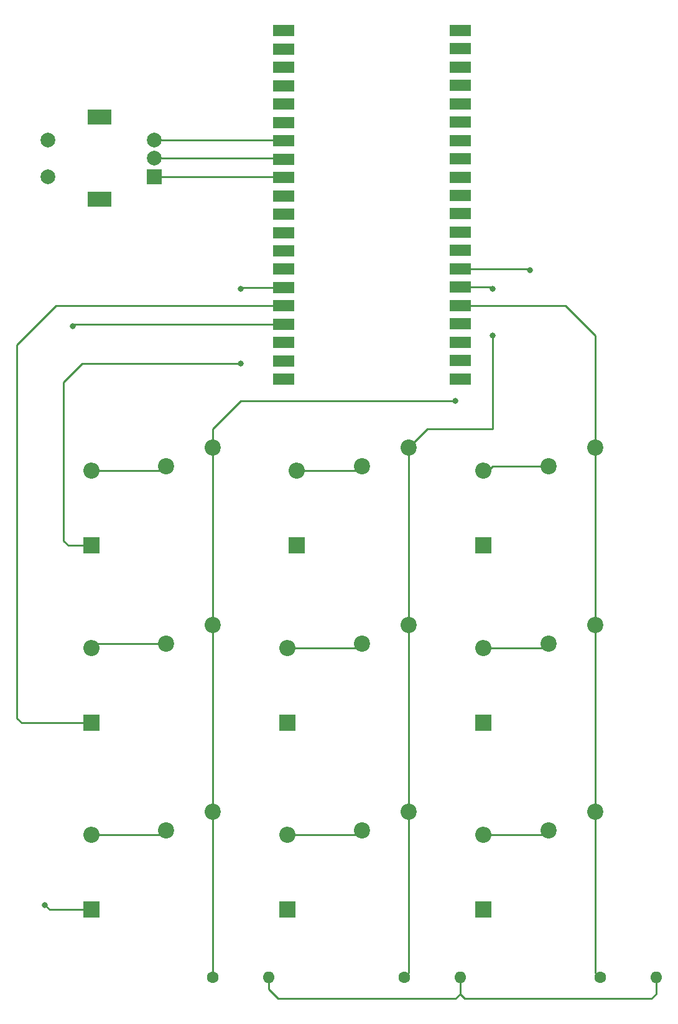
<source format=gtl>
%TF.GenerationSoftware,KiCad,Pcbnew,(6.0.2)*%
%TF.CreationDate,2022-03-12T10:34:22-05:00*%
%TF.ProjectId,macropad,6d616372-6f70-4616-942e-6b696361645f,v0*%
%TF.SameCoordinates,Original*%
%TF.FileFunction,Copper,L1,Top*%
%TF.FilePolarity,Positive*%
%FSLAX46Y46*%
G04 Gerber Fmt 4.6, Leading zero omitted, Abs format (unit mm)*
G04 Created by KiCad (PCBNEW (6.0.2)) date 2022-03-12 10:34:22*
%MOMM*%
%LPD*%
G01*
G04 APERTURE LIST*
%TA.AperFunction,ComponentPad*%
%ADD10R,2.200000X2.200000*%
%TD*%
%TA.AperFunction,ComponentPad*%
%ADD11O,2.200000X2.200000*%
%TD*%
%TA.AperFunction,ComponentPad*%
%ADD12C,2.200000*%
%TD*%
%TA.AperFunction,ComponentPad*%
%ADD13C,1.600000*%
%TD*%
%TA.AperFunction,ComponentPad*%
%ADD14O,1.600000X1.600000*%
%TD*%
%TA.AperFunction,ComponentPad*%
%ADD15R,2.000000X2.000000*%
%TD*%
%TA.AperFunction,ComponentPad*%
%ADD16C,2.000000*%
%TD*%
%TA.AperFunction,ComponentPad*%
%ADD17R,3.200000X2.000000*%
%TD*%
%TA.AperFunction,SMDPad,CuDef*%
%ADD18R,3.000000X1.610000*%
%TD*%
%TA.AperFunction,ViaPad*%
%ADD19C,0.800000*%
%TD*%
%TA.AperFunction,Conductor*%
%ADD20C,0.254000*%
%TD*%
G04 APERTURE END LIST*
D10*
%TO.P,D6,1,K*%
%TO.N,/Pin 17*%
X80645000Y-144750000D03*
D11*
%TO.P,D6,2,A*%
%TO.N,Net-(D6-Pad2)*%
X80645000Y-134590000D03*
%TD*%
D12*
%TO.P,SW4,1,1*%
%TO.N,Net-(R1-Pad1)*%
X70485000Y-131445000D03*
%TO.P,SW4,2,2*%
%TO.N,Net-(D3-Pad2)*%
X64135000Y-133985000D03*
%TD*%
%TO.P,SW7,1,1*%
%TO.N,Net-(R2-Pad1)*%
X97155000Y-131445000D03*
%TO.P,SW7,2,2*%
%TO.N,Net-(D6-Pad2)*%
X90805000Y-133985000D03*
%TD*%
D10*
%TO.P,D8,1,K*%
%TO.N,/Pin 16*%
X107315000Y-119350000D03*
D11*
%TO.P,D8,2,A*%
%TO.N,Net-(D8-Pad2)*%
X107315000Y-109190000D03*
%TD*%
D13*
%TO.P,R1,1*%
%TO.N,Net-(R1-Pad1)*%
X70485000Y-153969453D03*
D14*
%TO.P,R1,2*%
%TO.N,GND*%
X78105000Y-153969453D03*
%TD*%
D10*
%TO.P,D1,1,K*%
%TO.N,/Pin 15*%
X53975000Y-95220000D03*
D11*
%TO.P,D1,2,A*%
%TO.N,Net-(D1-Pad2)*%
X53975000Y-85060000D03*
%TD*%
D12*
%TO.P,SW8,1,1*%
%TO.N,Net-(R3-Pad1)*%
X122555000Y-81915000D03*
%TO.P,SW8,2,2*%
%TO.N,Net-(D7-Pad2)*%
X116205000Y-84455000D03*
%TD*%
D10*
%TO.P,D4,1,K*%
%TO.N,/Pin 15*%
X81915000Y-95220000D03*
D11*
%TO.P,D4,2,A*%
%TO.N,Net-(D4-Pad2)*%
X81915000Y-85060000D03*
%TD*%
D15*
%TO.P,SW1,A,A*%
%TO.N,Net-(SW1-PadA)*%
X62495000Y-45045000D03*
D16*
%TO.P,SW1,B,B*%
%TO.N,Net-(SW1-PadB)*%
X62495000Y-40045000D03*
%TO.P,SW1,C,C*%
%TO.N,Net-(SW1-PadC)*%
X62495000Y-42545000D03*
D17*
%TO.P,SW1,MP*%
%TO.N,N/C*%
X54995000Y-36945000D03*
X54995000Y-48145000D03*
D16*
%TO.P,SW1,S1,S1*%
%TO.N,unconnected-(SW1-PadS1)*%
X47995000Y-40045000D03*
%TO.P,SW1,S2,S2*%
%TO.N,unconnected-(SW1-PadS2)*%
X47995000Y-45045000D03*
%TD*%
D10*
%TO.P,D5,1,K*%
%TO.N,/Pin 16*%
X80645000Y-119350000D03*
D11*
%TO.P,D5,2,A*%
%TO.N,Net-(D5-Pad2)*%
X80645000Y-109190000D03*
%TD*%
D10*
%TO.P,D7,1,K*%
%TO.N,/Pin 15*%
X107315000Y-95220000D03*
D11*
%TO.P,D7,2,A*%
%TO.N,Net-(D7-Pad2)*%
X107315000Y-85060000D03*
%TD*%
D13*
%TO.P,R2,1*%
%TO.N,Net-(R2-Pad1)*%
X96520000Y-153969453D03*
D14*
%TO.P,R2,2*%
%TO.N,GND*%
X104140000Y-153969453D03*
%TD*%
D10*
%TO.P,D9,1,K*%
%TO.N,/Pin 17*%
X107315000Y-144750000D03*
D11*
%TO.P,D9,2,A*%
%TO.N,Net-(D9-Pad2)*%
X107315000Y-134590000D03*
%TD*%
D18*
%TO.P,U1,1,GP0*%
%TO.N,unconnected-(U1-Pad1)*%
X80060800Y-25200000D03*
%TO.P,U1,2,GP1*%
%TO.N,unconnected-(U1-Pad2)*%
X80060800Y-27694547D03*
%TO.P,U1,3,GND*%
%TO.N,unconnected-(U1-Pad3)*%
X80060800Y-30189094D03*
%TO.P,U1,4,GP2*%
%TO.N,unconnected-(U1-Pad4)*%
X80060800Y-32683641D03*
%TO.P,U1,5,GP3*%
%TO.N,unconnected-(U1-Pad5)*%
X80060800Y-35178188D03*
%TO.P,U1,6,GP4*%
%TO.N,unconnected-(U1-Pad6)*%
X80060800Y-37672735D03*
%TO.P,U1,7,GP5*%
%TO.N,Net-(SW1-PadB)*%
X80060800Y-40167282D03*
%TO.P,U1,8,GND*%
%TO.N,Net-(SW1-PadC)*%
X80060800Y-42661829D03*
%TO.P,U1,9,GP6*%
%TO.N,Net-(SW1-PadA)*%
X80060800Y-45156376D03*
%TO.P,U1,10,GP7*%
%TO.N,unconnected-(U1-Pad10)*%
X80060800Y-47650923D03*
%TO.P,U1,11,GP8*%
%TO.N,unconnected-(U1-Pad11)*%
X80060800Y-50145470D03*
%TO.P,U1,12,GP9*%
%TO.N,unconnected-(U1-Pad12)*%
X80060800Y-52640017D03*
%TO.P,U1,13,GND*%
%TO.N,unconnected-(U1-Pad13)*%
X80060800Y-55134564D03*
%TO.P,U1,14,GP10*%
%TO.N,unconnected-(U1-Pad14)*%
X80060800Y-57629111D03*
%TO.P,U1,15,GP11*%
%TO.N,/Pin 15*%
X80060800Y-60123658D03*
%TO.P,U1,16,GP12*%
%TO.N,/Pin 16*%
X80060800Y-62618205D03*
%TO.P,U1,17,GP13*%
%TO.N,/Pin 17*%
X80060800Y-65112752D03*
%TO.P,U1,18,GND*%
%TO.N,unconnected-(U1-Pad18)*%
X80060800Y-67607299D03*
%TO.P,U1,19,GP14*%
%TO.N,unconnected-(U1-Pad19)*%
X80060800Y-70101846D03*
%TO.P,U1,20,GP15*%
%TO.N,unconnected-(U1-Pad20)*%
X80060800Y-72596400D03*
%TO.P,U1,21,GP16*%
%TO.N,unconnected-(U1-Pad21)*%
X104140000Y-72542400D03*
%TO.P,U1,22,GP17*%
%TO.N,unconnected-(U1-Pad22)*%
X104140000Y-70047846D03*
%TO.P,U1,23,GND*%
%TO.N,unconnected-(U1-Pad23)*%
X104140000Y-67553299D03*
%TO.P,U1,24,GP18*%
%TO.N,unconnected-(U1-Pad24)*%
X104140000Y-65058752D03*
%TO.P,U1,25,GP19*%
%TO.N,Net-(R3-Pad1)*%
X104140000Y-62564205D03*
%TO.P,U1,26,GP20*%
%TO.N,Net-(R2-Pad1)*%
X104140000Y-60069658D03*
%TO.P,U1,27,GP21*%
%TO.N,Net-(R1-Pad1)*%
X104140000Y-57575111D03*
%TO.P,U1,28,GND*%
%TO.N,unconnected-(U1-Pad28)*%
X104140000Y-55080564D03*
%TO.P,U1,29,GP22*%
%TO.N,unconnected-(U1-Pad29)*%
X104140000Y-52586017D03*
%TO.P,U1,30,RUN*%
%TO.N,unconnected-(U1-Pad30)*%
X104140000Y-50091470D03*
%TO.P,U1,31,GP26*%
%TO.N,unconnected-(U1-Pad31)*%
X104140000Y-47596923D03*
%TO.P,U1,32,GP27*%
%TO.N,unconnected-(U1-Pad32)*%
X104140000Y-45102376D03*
%TO.P,U1,33,GND*%
%TO.N,unconnected-(U1-Pad33)*%
X104140000Y-42607829D03*
%TO.P,U1,34,GP28*%
%TO.N,unconnected-(U1-Pad34)*%
X104140000Y-40113282D03*
%TO.P,U1,35,ADC_VREF*%
%TO.N,unconnected-(U1-Pad35)*%
X104140000Y-37618735D03*
%TO.P,U1,36,3V3*%
%TO.N,unconnected-(U1-Pad36)*%
X104140000Y-35124188D03*
%TO.P,U1,37,3V3_EN*%
%TO.N,unconnected-(U1-Pad37)*%
X104140000Y-32629641D03*
%TO.P,U1,38,GND*%
%TO.N,unconnected-(U1-Pad38)*%
X104140000Y-30135094D03*
%TO.P,U1,39,VSYS*%
%TO.N,unconnected-(U1-Pad39)*%
X104140000Y-27640547D03*
%TO.P,U1,40,VBUS*%
%TO.N,unconnected-(U1-Pad40)*%
X104140000Y-25146000D03*
%TD*%
D10*
%TO.P,D2,1,K*%
%TO.N,/Pin 16*%
X53975000Y-119350000D03*
D11*
%TO.P,D2,2,A*%
%TO.N,Net-(D2-Pad2)*%
X53975000Y-109190000D03*
%TD*%
D12*
%TO.P,SW2,1,1*%
%TO.N,Net-(R1-Pad1)*%
X70485000Y-81915000D03*
%TO.P,SW2,2,2*%
%TO.N,Net-(D1-Pad2)*%
X64135000Y-84455000D03*
%TD*%
%TO.P,SW9,1,1*%
%TO.N,Net-(R3-Pad1)*%
X122555000Y-106045000D03*
%TO.P,SW9,2,2*%
%TO.N,Net-(D8-Pad2)*%
X116205000Y-108585000D03*
%TD*%
%TO.P,SW3,1,1*%
%TO.N,Net-(R1-Pad1)*%
X70485000Y-106045000D03*
%TO.P,SW3,2,2*%
%TO.N,Net-(D2-Pad2)*%
X64135000Y-108585000D03*
%TD*%
%TO.P,SW10,1,1*%
%TO.N,Net-(R3-Pad1)*%
X122555000Y-131445000D03*
%TO.P,SW10,2,2*%
%TO.N,Net-(D9-Pad2)*%
X116205000Y-133985000D03*
%TD*%
%TO.P,SW6,1,1*%
%TO.N,Net-(R2-Pad1)*%
X97155000Y-106045000D03*
%TO.P,SW6,2,2*%
%TO.N,Net-(D5-Pad2)*%
X90805000Y-108585000D03*
%TD*%
D13*
%TO.P,R3,1*%
%TO.N,Net-(R3-Pad1)*%
X123190000Y-153969453D03*
D14*
%TO.P,R3,2*%
%TO.N,GND*%
X130810000Y-153969453D03*
%TD*%
D12*
%TO.P,SW5,1,1*%
%TO.N,Net-(R2-Pad1)*%
X97155000Y-81915000D03*
%TO.P,SW5,2,2*%
%TO.N,Net-(D4-Pad2)*%
X90805000Y-84455000D03*
%TD*%
D10*
%TO.P,D3,1,K*%
%TO.N,/Pin 17*%
X53975000Y-144750000D03*
D11*
%TO.P,D3,2,A*%
%TO.N,Net-(D3-Pad2)*%
X53975000Y-134590000D03*
%TD*%
D19*
%TO.N,Net-(R2-Pad1)*%
X108585000Y-66675000D03*
X108585000Y-60325000D03*
%TO.N,Net-(R1-Pad1)*%
X103505000Y-75565000D03*
X113665000Y-57785000D03*
%TO.N,/Pin 15*%
X74295000Y-70485000D03*
X74295000Y-60325000D03*
%TO.N,/Pin 17*%
X47625000Y-144145000D03*
X51435000Y-65405000D03*
%TD*%
D20*
%TO.N,Net-(R3-Pad1)*%
X118444205Y-62564205D02*
X104140000Y-62564205D01*
X122555000Y-153334453D02*
X123190000Y-153969453D01*
X122555000Y-81915000D02*
X122555000Y-66675000D01*
X122555000Y-131445000D02*
X122555000Y-153334453D01*
X122555000Y-106045000D02*
X122555000Y-131445000D01*
X122555000Y-66675000D02*
X118444205Y-62564205D01*
X122555000Y-81915000D02*
X122555000Y-106045000D01*
%TO.N,GND*%
X79375000Y-156845000D02*
X103505000Y-156845000D01*
X104140000Y-156210000D02*
X104775000Y-156845000D01*
X78105000Y-155575000D02*
X79375000Y-156845000D01*
X78105000Y-153969453D02*
X78105000Y-155575000D01*
X103505000Y-156845000D02*
X104140000Y-156210000D01*
X130175000Y-156845000D02*
X130810000Y-156210000D01*
X104140000Y-156210000D02*
X104140000Y-153969453D01*
X104775000Y-156845000D02*
X130175000Y-156845000D01*
X130810000Y-156210000D02*
X130810000Y-153969453D01*
%TO.N,Net-(R2-Pad1)*%
X97155000Y-106045000D02*
X97155000Y-131445000D01*
X97155000Y-81915000D02*
X97155000Y-106045000D01*
X97155000Y-153334453D02*
X96520000Y-153969453D01*
X108585000Y-79375000D02*
X108585000Y-66675000D01*
X100965000Y-79375000D02*
X108585000Y-79375000D01*
X97155000Y-81915000D02*
X99695000Y-79375000D01*
X108585000Y-60325000D02*
X108329658Y-60069658D01*
X99695000Y-79375000D02*
X100965000Y-79375000D01*
X97155000Y-131445000D02*
X97155000Y-153334453D01*
X108329658Y-60069658D02*
X104140000Y-60069658D01*
%TO.N,Net-(R1-Pad1)*%
X113665000Y-57785000D02*
X113455111Y-57575111D01*
X73025000Y-76835000D02*
X74295000Y-75565000D01*
X70485000Y-153969453D02*
X70485000Y-131445000D01*
X113455111Y-57575111D02*
X104140000Y-57575111D01*
X70485000Y-81915000D02*
X70485000Y-79375000D01*
X74295000Y-75565000D02*
X103505000Y-75565000D01*
X70485000Y-131445000D02*
X70485000Y-106045000D01*
X70485000Y-79375000D02*
X73025000Y-76835000D01*
X70485000Y-106045000D02*
X70485000Y-81915000D01*
%TO.N,/Pin 15*%
X52705000Y-70485000D02*
X74295000Y-70485000D01*
X50165000Y-73025000D02*
X52705000Y-70485000D01*
X50770000Y-95220000D02*
X50165000Y-94615000D01*
X53975000Y-95220000D02*
X50770000Y-95220000D01*
X74496342Y-60123658D02*
X80060800Y-60123658D01*
X50165000Y-94615000D02*
X50165000Y-73025000D01*
X74295000Y-60325000D02*
X74496342Y-60123658D01*
%TO.N,/Pin 16*%
X53975000Y-119350000D02*
X44420000Y-119350000D01*
X43815000Y-67945000D02*
X49141795Y-62618205D01*
X49141795Y-62618205D02*
X80060800Y-62618205D01*
X44420000Y-119350000D02*
X43815000Y-118745000D01*
X43815000Y-118745000D02*
X43815000Y-67945000D01*
%TO.N,/Pin 17*%
X51727248Y-65112752D02*
X80060800Y-65112752D01*
X48230000Y-144750000D02*
X47625000Y-144145000D01*
X53975000Y-144750000D02*
X48230000Y-144750000D01*
X51435000Y-65405000D02*
X51727248Y-65112752D01*
%TO.N,Net-(SW1-PadC)*%
X79943971Y-42545000D02*
X80060800Y-42661829D01*
X62495000Y-42545000D02*
X79943971Y-42545000D01*
%TO.N,Net-(SW1-PadB)*%
X79938518Y-40045000D02*
X80060800Y-40167282D01*
X62865000Y-40005000D02*
X63027282Y-40167282D01*
X62495000Y-40045000D02*
X79938518Y-40045000D01*
X62495000Y-40045000D02*
X62825000Y-40045000D01*
X62825000Y-40045000D02*
X62865000Y-40005000D01*
%TO.N,Net-(D7-Pad2)*%
X107315000Y-85725000D02*
X108585000Y-84455000D01*
X108585000Y-84455000D02*
X116205000Y-84455000D01*
X107315000Y-85060000D02*
X107315000Y-85725000D01*
%TO.N,Net-(D1-Pad2)*%
X53975000Y-85060000D02*
X63530000Y-85060000D01*
X63530000Y-85060000D02*
X64135000Y-84455000D01*
%TO.N,Net-(D2-Pad2)*%
X53975000Y-108585000D02*
X64135000Y-108585000D01*
X53975000Y-109190000D02*
X53975000Y-108585000D01*
%TO.N,Net-(D3-Pad2)*%
X53975000Y-134590000D02*
X63530000Y-134590000D01*
X63530000Y-134590000D02*
X64135000Y-133985000D01*
%TO.N,Net-(D4-Pad2)*%
X90200000Y-85060000D02*
X90805000Y-84455000D01*
X81915000Y-85060000D02*
X90200000Y-85060000D01*
%TO.N,Net-(D5-Pad2)*%
X80645000Y-109190000D02*
X90200000Y-109190000D01*
X90200000Y-109190000D02*
X90805000Y-108585000D01*
%TO.N,Net-(D9-Pad2)*%
X115600000Y-134590000D02*
X116205000Y-133985000D01*
X107315000Y-134590000D02*
X115600000Y-134590000D01*
%TO.N,Net-(D8-Pad2)*%
X115600000Y-109190000D02*
X116205000Y-108585000D01*
X107315000Y-109190000D02*
X115600000Y-109190000D01*
%TO.N,Net-(D6-Pad2)*%
X80645000Y-134590000D02*
X90200000Y-134590000D01*
X90200000Y-134590000D02*
X90805000Y-133985000D01*
%TO.N,Net-(SW1-PadA)*%
X79949424Y-45045000D02*
X80060800Y-45156376D01*
X62495000Y-45045000D02*
X79949424Y-45045000D01*
%TD*%
M02*

</source>
